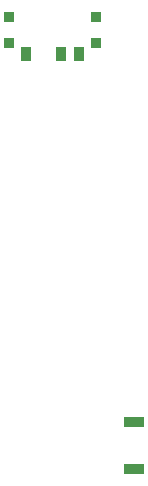
<source format=gbr>
%TF.GenerationSoftware,KiCad,Pcbnew,(6.0.2-0)*%
%TF.CreationDate,2022-03-18T22:26:56-05:00*%
%TF.ProjectId,Exkeylibur,45786b65-796c-4696-9275-722e6b696361,rev?*%
%TF.SameCoordinates,Original*%
%TF.FileFunction,Paste,Bot*%
%TF.FilePolarity,Positive*%
%FSLAX46Y46*%
G04 Gerber Fmt 4.6, Leading zero omitted, Abs format (unit mm)*
G04 Created by KiCad (PCBNEW (6.0.2-0)) date 2022-03-18 22:26:56*
%MOMM*%
%LPD*%
G01*
G04 APERTURE LIST*
%ADD10R,0.900000X1.250000*%
%ADD11R,0.900000X0.900000*%
%ADD12R,1.700000X0.900000*%
G04 APERTURE END LIST*
D10*
%TO.C,PWR_SW1*%
X140897158Y-53521000D03*
X139397158Y-53521000D03*
X136397158Y-53521000D03*
D11*
X134947158Y-52546000D03*
X142347158Y-50346000D03*
X134947158Y-50346000D03*
X142347158Y-52546000D03*
%TD*%
D12*
%TO.C,RSW1*%
X145580425Y-88626425D03*
X145580425Y-84626425D03*
%TD*%
M02*

</source>
